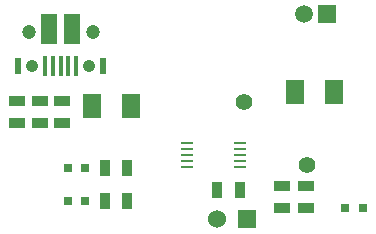
<source format=gts>
G04 (created by PCBNEW (2013-07-07 BZR 4022)-stable) date 03/12/2015 19:04:02*
%MOIN*%
G04 Gerber Fmt 3.4, Leading zero omitted, Abs format*
%FSLAX34Y34*%
G01*
G70*
G90*
G04 APERTURE LIST*
%ADD10C,0.00590551*%
%ADD11R,0.06X0.08*%
%ADD12R,0.055X0.035*%
%ADD13R,0.035X0.055*%
%ADD14R,0.0394X0.0106*%
%ADD15R,0.0314X0.0314*%
%ADD16R,0.06X0.06*%
%ADD17C,0.06*%
%ADD18R,0.015748X0.0688976*%
%ADD19R,0.0561024X0.0984252*%
%ADD20R,0.019685X0.0574803*%
%ADD21C,0.0413386*%
%ADD22C,0.0472441*%
%ADD23R,0.0590551X0.0590551*%
%ADD24C,0.0590551*%
%ADD25C,0.055*%
G04 APERTURE END LIST*
G54D10*
G54D11*
X52300Y-29300D03*
X51000Y-29300D03*
X44225Y-29775D03*
X45525Y-29775D03*
G54D12*
X43225Y-29600D03*
X43225Y-30350D03*
G54D13*
X44650Y-31825D03*
X45400Y-31825D03*
X44650Y-32950D03*
X45400Y-32950D03*
G54D12*
X51350Y-33175D03*
X51350Y-32425D03*
G54D13*
X49150Y-32575D03*
X48400Y-32575D03*
G54D12*
X42475Y-29600D03*
X42475Y-30350D03*
X41725Y-29600D03*
X41725Y-30350D03*
X50550Y-33175D03*
X50550Y-32425D03*
G54D14*
X47400Y-31000D03*
X47400Y-31200D03*
X47400Y-31400D03*
X47400Y-31600D03*
X47400Y-31800D03*
X49150Y-31800D03*
X49150Y-31600D03*
X49150Y-31400D03*
X49150Y-31200D03*
X49150Y-31000D03*
G54D15*
X43405Y-31825D03*
X43995Y-31825D03*
X53245Y-33175D03*
X52655Y-33175D03*
X43405Y-32950D03*
X43995Y-32950D03*
G54D16*
X49400Y-33550D03*
G54D17*
X48400Y-33550D03*
G54D18*
X43686Y-28425D03*
G54D19*
X42796Y-27214D03*
X43553Y-27214D03*
G54D20*
X41757Y-28425D03*
X44592Y-28425D03*
G54D21*
X44129Y-28425D03*
G54D18*
X43430Y-28425D03*
X43175Y-28425D03*
X42919Y-28425D03*
X42663Y-28425D03*
G54D21*
X42220Y-28425D03*
G54D22*
X42102Y-27312D03*
X44247Y-27312D03*
G54D23*
X52060Y-26700D03*
G54D24*
X51272Y-26700D03*
G54D25*
X51390Y-31750D03*
X49269Y-29629D03*
M02*

</source>
